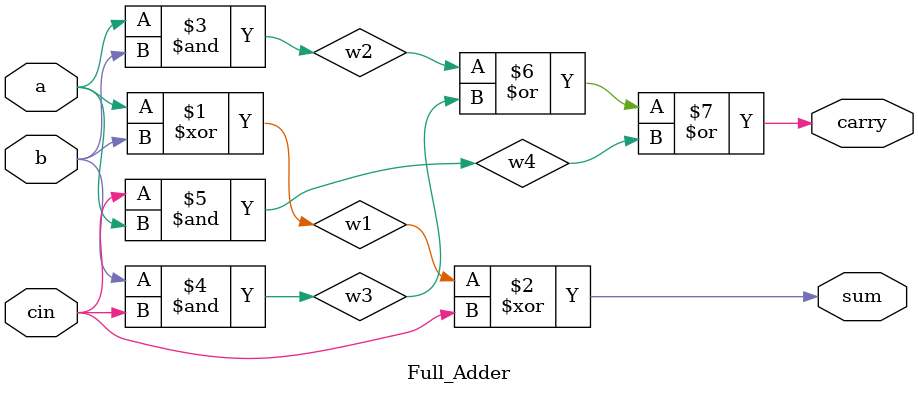
<source format=v>
`timescale 1ns / 1ps


module Full_Adder(a,b,cin,sum,carry);
input a,b,cin;
output sum,carry;
wire w1,w2,w3,w4;
xor(w1,a,b);
xor(sum,w1,cin);
and(w2,a,b);
and(w3,b,cin);
and(w4,cin,a);
or(carry,w2,w3,w4);
endmodule

</source>
